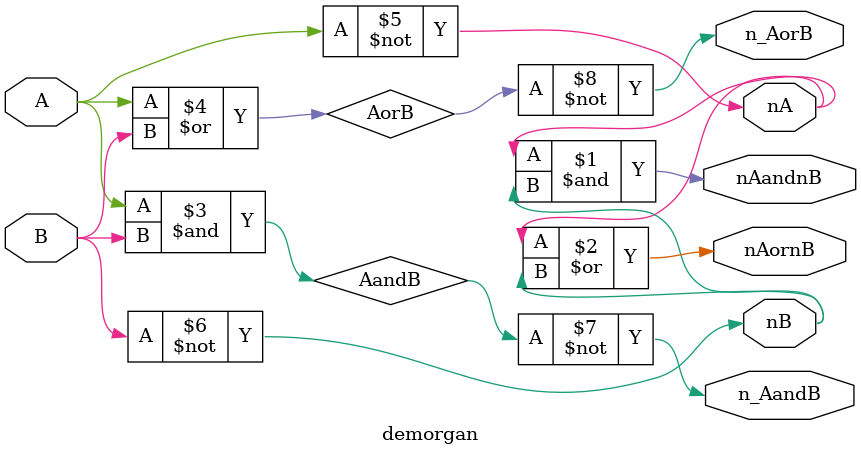
<source format=v>
module demorgan
(
  input A,
  input B,
  output nA,
  output nB,
  output nAandnB,
  output nAornB,
  output n_AorB,
  output n_AandB
);

  wire nA;
  wire nB;
  wire AandB;
  wire AorB;
  not Ainv(nA, A);
  not Binv(nB, B);
  and andgate(nAandnB, nA, nB);
  or orgate(nAornB, nA, nB);

  and _AandB(AandB, A, B);
  not _n_AandB(n_AandB, AandB);

  or _AorB(AorB, A, B);
  not _n_AorB(n_AorB, AorB);
endmodule

</source>
